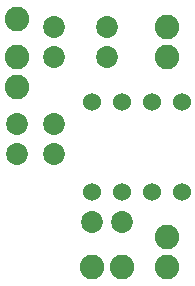
<source format=gbs>
G75*
%MOIN*%
%OFA0B0*%
%FSLAX24Y24*%
%IPPOS*%
%LPD*%
%AMOC8*
5,1,8,0,0,1.08239X$1,22.5*
%
%ADD10C,0.0600*%
%ADD11C,0.0730*%
%ADD12C,0.0820*%
D10*
X004350Y004350D03*
X005350Y004350D03*
X006350Y004350D03*
X007350Y004350D03*
X007350Y007350D03*
X006350Y007350D03*
X005350Y007350D03*
X004350Y007350D03*
D11*
X004850Y008850D03*
X004850Y009850D03*
X003100Y009850D03*
X003100Y008850D03*
X003100Y006600D03*
X003100Y005600D03*
X001850Y005600D03*
X001850Y006600D03*
X004350Y003350D03*
X005350Y003350D03*
D12*
X004350Y001850D03*
X005350Y001850D03*
X006850Y001850D03*
X006850Y002850D03*
X006850Y008850D03*
X006850Y009850D03*
X001850Y010100D03*
X001850Y008850D03*
X001850Y007850D03*
M02*

</source>
